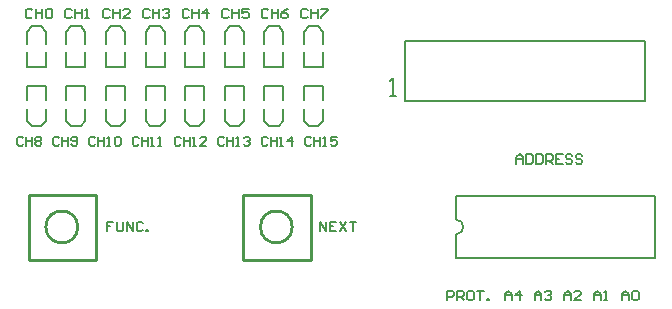
<source format=gto>
G04*
G04 #@! TF.GenerationSoftware,Altium Limited,Altium Designer,24.5.2 (23)*
G04*
G04 Layer_Color=65535*
%FSLAX25Y25*%
%MOIN*%
G70*
G04*
G04 #@! TF.SameCoordinates,AE978B62-B8FB-41D0-B00F-23312ADA98A8*
G04*
G04*
G04 #@! TF.FilePolarity,Positive*
G04*
G01*
G75*
%ADD10C,0.01000*%
%ADD11C,0.00787*%
%ADD12C,0.00800*%
D10*
X42689Y33470D02*
G03*
X42689Y33470I-5315J0D01*
G01*
X114190D02*
G03*
X114190Y33470I-5315J0D01*
G01*
X26374Y22470D02*
Y43971D01*
Y22470D02*
X48874D01*
Y43971D01*
X26374D02*
X48874D01*
X97874Y22470D02*
Y43971D01*
Y22470D02*
X120374D01*
Y43971D01*
X97874D02*
X120374D01*
D11*
X168685Y30970D02*
G03*
X168685Y35971I0J2500D01*
G01*
X118125Y75636D02*
Y80360D01*
X124424Y75636D02*
Y80360D01*
X118125D02*
X124424D01*
X119700Y66974D02*
X122849D01*
X118125Y68943D02*
Y72880D01*
X122849Y66974D02*
X124424Y68943D01*
X118125D02*
X119700Y66974D01*
X124424Y68943D02*
Y72880D01*
X65325Y75636D02*
Y80360D01*
X71624Y75636D02*
Y80360D01*
X65325D02*
X71624D01*
X66900Y66974D02*
X70049D01*
X65325Y68943D02*
Y72880D01*
X70049Y66974D02*
X71624Y68943D01*
X65325D02*
X66900Y66974D01*
X71624Y68943D02*
Y72880D01*
X124424Y86915D02*
Y91640D01*
X118125Y86915D02*
Y91640D01*
Y86915D02*
X124424D01*
X119700Y100301D02*
X122849D01*
X124424Y94396D02*
Y98333D01*
X118125D02*
X119700Y100301D01*
X122849D02*
X124424Y98333D01*
X118125Y94396D02*
Y98333D01*
X71624Y86915D02*
Y91640D01*
X65325Y86915D02*
Y91640D01*
Y86915D02*
X71624D01*
X66900Y100301D02*
X70049D01*
X71624Y94396D02*
Y98333D01*
X65325D02*
X66900Y100301D01*
X70049D02*
X71624Y98333D01*
X65325Y94396D02*
Y98333D01*
X104925Y75636D02*
Y80360D01*
X111224Y75636D02*
Y80360D01*
X104925D02*
X111224D01*
X106500Y66974D02*
X109649D01*
X104925Y68943D02*
Y72880D01*
X109649Y66974D02*
X111224Y68943D01*
X104925D02*
X106500Y66974D01*
X111224Y68943D02*
Y72880D01*
X52125Y75636D02*
Y80360D01*
X58424Y75636D02*
Y80360D01*
X52125D02*
X58424D01*
X53700Y66974D02*
X56849D01*
X52125Y68943D02*
Y72880D01*
X56849Y66974D02*
X58424Y68943D01*
X52125D02*
X53700Y66974D01*
X58424Y68943D02*
Y72880D01*
Y86915D02*
Y91640D01*
X52125Y86915D02*
Y91640D01*
Y86915D02*
X58424D01*
X53700Y100301D02*
X56849D01*
X58424Y94396D02*
Y98333D01*
X52125D02*
X53700Y100301D01*
X56849D02*
X58424Y98333D01*
X52125Y94396D02*
Y98333D01*
X91725Y75636D02*
Y80360D01*
X98024Y75636D02*
Y80360D01*
X91725D02*
X98024D01*
X93300Y66974D02*
X96449D01*
X91725Y68943D02*
Y72880D01*
X96449Y66974D02*
X98024Y68943D01*
X91725D02*
X93300Y66974D01*
X98024Y68943D02*
Y72880D01*
X38925Y75636D02*
Y80360D01*
X45224Y75636D02*
Y80360D01*
X38925D02*
X45224D01*
X40500Y66974D02*
X43649D01*
X38925Y68943D02*
Y72880D01*
X43649Y66974D02*
X45224Y68943D01*
X38925D02*
X40500Y66974D01*
X45224Y68943D02*
Y72880D01*
X98024Y86915D02*
Y91640D01*
X91725Y86915D02*
Y91640D01*
Y86915D02*
X98024D01*
X93300Y100301D02*
X96449D01*
X98024Y94396D02*
Y98333D01*
X91725D02*
X93300Y100301D01*
X96449D02*
X98024Y98333D01*
X91725Y94396D02*
Y98333D01*
X45224Y86915D02*
Y91640D01*
X38925Y86915D02*
Y91640D01*
Y86915D02*
X45224D01*
X40500Y100301D02*
X43649D01*
X45224Y94396D02*
Y98333D01*
X38925D02*
X40500Y100301D01*
X43649D02*
X45224Y98333D01*
X38925Y94396D02*
Y98333D01*
X78525Y75636D02*
Y80360D01*
X84824Y75636D02*
Y80360D01*
X78525D02*
X84824D01*
X80100Y66974D02*
X83249D01*
X78525Y68943D02*
Y72880D01*
X83249Y66974D02*
X84824Y68943D01*
X78525D02*
X80100Y66974D01*
X84824Y68943D02*
Y72880D01*
X25725Y75636D02*
Y80360D01*
X32024Y75636D02*
Y80360D01*
X25725D02*
X32024D01*
X27300Y66974D02*
X30449D01*
X25725Y68943D02*
Y72880D01*
X30449Y66974D02*
X32024Y68943D01*
X25725D02*
X27300Y66974D01*
X32024Y68943D02*
Y72880D01*
Y86915D02*
Y91640D01*
X25725Y86915D02*
Y91640D01*
Y86915D02*
X32024D01*
X27300Y100301D02*
X30449D01*
X32024Y94396D02*
Y98333D01*
X25725D02*
X27300Y100301D01*
X30449D02*
X32024Y98333D01*
X25725Y94396D02*
Y98333D01*
X84824Y86915D02*
Y91640D01*
X78525Y86915D02*
Y91640D01*
Y86915D02*
X84824D01*
X80100Y100301D02*
X83249D01*
X84824Y94396D02*
Y98333D01*
X78525D02*
X80100Y100301D01*
X83249D02*
X84824Y98333D01*
X78525Y94396D02*
Y98333D01*
X111224Y86915D02*
Y91640D01*
X104925Y86915D02*
Y91640D01*
Y86915D02*
X111224D01*
X106500Y100301D02*
X109649D01*
X111224Y94396D02*
Y98333D01*
X104925D02*
X106500Y100301D01*
X109649D02*
X111224Y98333D01*
X104925Y94396D02*
Y98333D01*
X151874Y95470D02*
X231874D01*
X151874Y75471D02*
X231874D01*
X151874D02*
Y95470D01*
X231874Y75471D02*
Y95470D01*
X168685Y43904D02*
X234985D01*
X168685Y23037D02*
X234985D01*
Y43904D01*
X168685Y35971D02*
Y43904D01*
Y23037D02*
Y30970D01*
D12*
X146874Y76970D02*
X148874D01*
X147874D01*
Y82968D01*
X146874Y81969D01*
X165874Y8970D02*
Y12269D01*
X167524D01*
X168074Y11720D01*
Y10620D01*
X167524Y10070D01*
X165874D01*
X169173Y8970D02*
Y12269D01*
X170823D01*
X171373Y11720D01*
Y10620D01*
X170823Y10070D01*
X169173D01*
X170273D02*
X171373Y8970D01*
X174122Y12269D02*
X173022D01*
X172472Y11720D01*
Y9520D01*
X173022Y8970D01*
X174122D01*
X174672Y9520D01*
Y11720D01*
X174122Y12269D01*
X175771D02*
X177971D01*
X176871D01*
Y8970D01*
X179070D02*
Y9520D01*
X179620D01*
Y8970D01*
X179070D01*
X185118D02*
Y11170D01*
X186218Y12269D01*
X187318Y11170D01*
Y8970D01*
Y10620D01*
X185118D01*
X190067Y8970D02*
Y12269D01*
X188417Y10620D01*
X190616D01*
X195015Y8970D02*
Y11170D01*
X196115Y12269D01*
X197214Y11170D01*
Y8970D01*
Y10620D01*
X195015D01*
X198314Y11720D02*
X198864Y12269D01*
X199963D01*
X200513Y11720D01*
Y11170D01*
X199963Y10620D01*
X199414D01*
X199963D01*
X200513Y10070D01*
Y9520D01*
X199963Y8970D01*
X198864D01*
X198314Y9520D01*
X204912Y8970D02*
Y11170D01*
X206011Y12269D01*
X207111Y11170D01*
Y8970D01*
Y10620D01*
X204912D01*
X210410Y8970D02*
X208211D01*
X210410Y11170D01*
Y11720D01*
X209860Y12269D01*
X208760D01*
X208211Y11720D01*
X214809Y8970D02*
Y11170D01*
X215908Y12269D01*
X217008Y11170D01*
Y8970D01*
Y10620D01*
X214809D01*
X218108Y8970D02*
X219207D01*
X218657D01*
Y12269D01*
X218108Y11720D01*
X224155Y8970D02*
Y11170D01*
X225255Y12269D01*
X226355Y11170D01*
Y8970D01*
Y10620D01*
X224155D01*
X227454Y11720D02*
X228004Y12269D01*
X229104D01*
X229654Y11720D01*
Y9520D01*
X229104Y8970D01*
X228004D01*
X227454Y9520D01*
Y11720D01*
X188874Y54470D02*
Y56670D01*
X189974Y57769D01*
X191074Y56670D01*
Y54470D01*
Y56120D01*
X188874D01*
X192173Y57769D02*
Y54470D01*
X193823D01*
X194373Y55020D01*
Y57220D01*
X193823Y57769D01*
X192173D01*
X195472D02*
Y54470D01*
X197122D01*
X197672Y55020D01*
Y57220D01*
X197122Y57769D01*
X195472D01*
X198771Y54470D02*
Y57769D01*
X200421D01*
X200971Y57220D01*
Y56120D01*
X200421Y55570D01*
X198771D01*
X199871D02*
X200971Y54470D01*
X204270Y57769D02*
X202070D01*
Y54470D01*
X204270D01*
X202070Y56120D02*
X203170D01*
X207568Y57220D02*
X207019Y57769D01*
X205919D01*
X205369Y57220D01*
Y56670D01*
X205919Y56120D01*
X207019D01*
X207568Y55570D01*
Y55020D01*
X207019Y54470D01*
X205919D01*
X205369Y55020D01*
X210867Y57220D02*
X210317Y57769D01*
X209218D01*
X208668Y57220D01*
Y56670D01*
X209218Y56120D01*
X210317D01*
X210867Y55570D01*
Y55020D01*
X210317Y54470D01*
X209218D01*
X208668Y55020D01*
X123374Y31971D02*
Y35269D01*
X125574Y31971D01*
Y35269D01*
X128873D02*
X126673D01*
Y31971D01*
X128873D01*
X126673Y33620D02*
X127773D01*
X129972Y35269D02*
X132172Y31971D01*
Y35269D02*
X129972Y31971D01*
X133271Y35269D02*
X135470D01*
X134371D01*
Y31971D01*
X54574Y35269D02*
X52374D01*
Y33620D01*
X53474D01*
X52374D01*
Y31971D01*
X55673Y35269D02*
Y32520D01*
X56223Y31971D01*
X57323D01*
X57873Y32520D01*
Y35269D01*
X58972Y31971D02*
Y35269D01*
X61172Y31971D01*
Y35269D01*
X64470Y34720D02*
X63921Y35269D01*
X62821D01*
X62271Y34720D01*
Y32520D01*
X62821Y31971D01*
X63921D01*
X64470Y32520D01*
X65570Y31971D02*
Y32520D01*
X66120D01*
Y31971D01*
X65570D01*
X24499Y62999D02*
X24000Y63499D01*
X23000D01*
X22500Y62999D01*
Y61000D01*
X23000Y60500D01*
X24000D01*
X24499Y61000D01*
X25499Y63499D02*
Y60500D01*
Y61999D01*
X27498D01*
Y63499D01*
Y60500D01*
X28498Y62999D02*
X28998Y63499D01*
X29998D01*
X30497Y62999D01*
Y62499D01*
X29998Y61999D01*
X30497Y61500D01*
Y61000D01*
X29998Y60500D01*
X28998D01*
X28498Y61000D01*
Y61500D01*
X28998Y61999D01*
X28498Y62499D01*
Y62999D01*
X28998Y61999D02*
X29998D01*
X36496Y62999D02*
X35996Y63499D01*
X34996D01*
X34496Y62999D01*
Y61000D01*
X34996Y60500D01*
X35996D01*
X36496Y61000D01*
X37495Y63499D02*
Y60500D01*
Y61999D01*
X39494D01*
Y63499D01*
Y60500D01*
X40494Y61000D02*
X40994Y60500D01*
X41994D01*
X42494Y61000D01*
Y62999D01*
X41994Y63499D01*
X40994D01*
X40494Y62999D01*
Y62499D01*
X40994Y61999D01*
X42494D01*
X48492Y62999D02*
X47992Y63499D01*
X46992D01*
X46492Y62999D01*
Y61000D01*
X46992Y60500D01*
X47992D01*
X48492Y61000D01*
X49491Y63499D02*
Y60500D01*
Y61999D01*
X51491D01*
Y63499D01*
Y60500D01*
X52490D02*
X53490D01*
X52990D01*
Y63499D01*
X52490Y62999D01*
X54989D02*
X55489Y63499D01*
X56489D01*
X56989Y62999D01*
Y61000D01*
X56489Y60500D01*
X55489D01*
X54989Y61000D01*
Y62999D01*
X62987D02*
X62487Y63499D01*
X61487D01*
X60988Y62999D01*
Y61000D01*
X61487Y60500D01*
X62487D01*
X62987Y61000D01*
X63987Y63499D02*
Y60500D01*
Y61999D01*
X65986D01*
Y63499D01*
Y60500D01*
X66986D02*
X67985D01*
X67485D01*
Y63499D01*
X66986Y62999D01*
X69485Y60500D02*
X70485D01*
X69985D01*
Y63499D01*
X69485Y62999D01*
X76982D02*
X76482Y63499D01*
X75483D01*
X74983Y62999D01*
Y61000D01*
X75483Y60500D01*
X76482D01*
X76982Y61000D01*
X77982Y63499D02*
Y60500D01*
Y61999D01*
X79981D01*
Y63499D01*
Y60500D01*
X80981D02*
X81981D01*
X81481D01*
Y63499D01*
X80981Y62999D01*
X85480Y60500D02*
X83480D01*
X85480Y62499D01*
Y62999D01*
X84980Y63499D01*
X83980D01*
X83480Y62999D01*
X91478D02*
X90978Y63499D01*
X89978D01*
X89478Y62999D01*
Y61000D01*
X89978Y60500D01*
X90978D01*
X91478Y61000D01*
X92477Y63499D02*
Y60500D01*
Y61999D01*
X94477D01*
Y63499D01*
Y60500D01*
X95476D02*
X96476D01*
X95976D01*
Y63499D01*
X95476Y62999D01*
X97976D02*
X98475Y63499D01*
X99475D01*
X99975Y62999D01*
Y62499D01*
X99475Y61999D01*
X98975D01*
X99475D01*
X99975Y61500D01*
Y61000D01*
X99475Y60500D01*
X98475D01*
X97976Y61000D01*
X105973Y62999D02*
X105473Y63499D01*
X104473D01*
X103974Y62999D01*
Y61000D01*
X104473Y60500D01*
X105473D01*
X105973Y61000D01*
X106973Y63499D02*
Y60500D01*
Y61999D01*
X108972D01*
Y63499D01*
Y60500D01*
X109972D02*
X110971D01*
X110471D01*
Y63499D01*
X109972Y62999D01*
X113970Y60500D02*
Y63499D01*
X112471Y61999D01*
X114470D01*
X120468Y62999D02*
X119968Y63499D01*
X118969D01*
X118469Y62999D01*
Y61000D01*
X118969Y60500D01*
X119968D01*
X120468Y61000D01*
X121468Y63499D02*
Y60500D01*
Y61999D01*
X123467D01*
Y63499D01*
Y60500D01*
X124467D02*
X125467D01*
X124967D01*
Y63499D01*
X124467Y62999D01*
X128966Y63499D02*
X126966D01*
Y61999D01*
X127966Y62499D01*
X128466D01*
X128966Y61999D01*
Y61000D01*
X128466Y60500D01*
X127466D01*
X126966Y61000D01*
X27574Y105720D02*
X27024Y106269D01*
X25924D01*
X25374Y105720D01*
Y103520D01*
X25924Y102971D01*
X27024D01*
X27574Y103520D01*
X28673Y106269D02*
Y102971D01*
Y104620D01*
X30873D01*
Y106269D01*
Y102971D01*
X31972Y105720D02*
X32522Y106269D01*
X33622D01*
X34172Y105720D01*
Y103520D01*
X33622Y102971D01*
X32522D01*
X31972Y103520D01*
Y105720D01*
X40769D02*
X40220Y106269D01*
X39120D01*
X38570Y105720D01*
Y103520D01*
X39120Y102971D01*
X40220D01*
X40769Y103520D01*
X41869Y106269D02*
Y102971D01*
Y104620D01*
X44068D01*
Y106269D01*
Y102971D01*
X45168D02*
X46268D01*
X45718D01*
Y106269D01*
X45168Y105720D01*
X53415D02*
X52865Y106269D01*
X51766D01*
X51216Y105720D01*
Y103520D01*
X51766Y102971D01*
X52865D01*
X53415Y103520D01*
X54515Y106269D02*
Y102971D01*
Y104620D01*
X56714D01*
Y106269D01*
Y102971D01*
X60013D02*
X57814D01*
X60013Y105170D01*
Y105720D01*
X59463Y106269D01*
X58364D01*
X57814Y105720D01*
X66611D02*
X66061Y106269D01*
X64962D01*
X64412Y105720D01*
Y103520D01*
X64962Y102971D01*
X66061D01*
X66611Y103520D01*
X67711Y106269D02*
Y102971D01*
Y104620D01*
X69910D01*
Y106269D01*
Y102971D01*
X71010Y105720D02*
X71560Y106269D01*
X72659D01*
X73209Y105720D01*
Y105170D01*
X72659Y104620D01*
X72109D01*
X72659D01*
X73209Y104070D01*
Y103520D01*
X72659Y102971D01*
X71560D01*
X71010Y103520D01*
X79807Y105720D02*
X79257Y106269D01*
X78157D01*
X77608Y105720D01*
Y103520D01*
X78157Y102971D01*
X79257D01*
X79807Y103520D01*
X80906Y106269D02*
Y102971D01*
Y104620D01*
X83106D01*
Y106269D01*
Y102971D01*
X85855D02*
Y106269D01*
X84205Y104620D01*
X86405D01*
X93002Y105720D02*
X92453Y106269D01*
X91353D01*
X90803Y105720D01*
Y103520D01*
X91353Y102971D01*
X92453D01*
X93002Y103520D01*
X94102Y106269D02*
Y102971D01*
Y104620D01*
X96301D01*
Y106269D01*
Y102971D01*
X99600Y106269D02*
X97401D01*
Y104620D01*
X98501Y105170D01*
X99050D01*
X99600Y104620D01*
Y103520D01*
X99050Y102971D01*
X97951D01*
X97401Y103520D01*
X106198Y105720D02*
X105648Y106269D01*
X104549D01*
X103999Y105720D01*
Y103520D01*
X104549Y102971D01*
X105648D01*
X106198Y103520D01*
X107298Y106269D02*
Y102971D01*
Y104620D01*
X109497D01*
Y106269D01*
Y102971D01*
X112796Y106269D02*
X111696Y105720D01*
X110597Y104620D01*
Y103520D01*
X111147Y102971D01*
X112246D01*
X112796Y103520D01*
Y104070D01*
X112246Y104620D01*
X110597D01*
X119394Y105720D02*
X118844Y106269D01*
X117745D01*
X117195Y105720D01*
Y103520D01*
X117745Y102971D01*
X118844D01*
X119394Y103520D01*
X120494Y106269D02*
Y102971D01*
Y104620D01*
X122693D01*
Y106269D01*
Y102971D01*
X123793Y106269D02*
X125992D01*
Y105720D01*
X123793Y103520D01*
Y102971D01*
M02*

</source>
